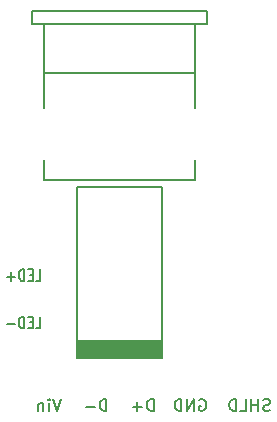
<source format=gbr>
G04 #@! TF.GenerationSoftware,KiCad,Pcbnew,(5.0.1)-3*
G04 #@! TF.CreationDate,2018-11-09T14:39:48+01:00*
G04 #@! TF.ProjectId,USB_switch,5553425F7377697463682E6B69636164,rev?*
G04 #@! TF.SameCoordinates,Original*
G04 #@! TF.FileFunction,Legend,Bot*
G04 #@! TF.FilePolarity,Positive*
%FSLAX46Y46*%
G04 Gerber Fmt 4.6, Leading zero omitted, Abs format (unit mm)*
G04 Created by KiCad (PCBNEW (5.0.1)-3) date 09-Nov-18 14:39:48*
%MOMM*%
%LPD*%
G01*
G04 APERTURE LIST*
%ADD10C,0.150000*%
G04 APERTURE END LIST*
D10*
G04 #@! TO.C,SW1*
X103600000Y-90500000D02*
X103600000Y-103500000D01*
X103600000Y-103500000D02*
X96400000Y-103500000D01*
X103600000Y-90500000D02*
X96400000Y-90500000D01*
X96400000Y-103500000D02*
X96400000Y-90500000D01*
G36*
X103600000Y-103500000D02*
X96400000Y-103500000D01*
X96400000Y-105000000D01*
X103600000Y-105000000D01*
X103600000Y-103500000D01*
G37*
X103600000Y-103500000D02*
X96400000Y-103500000D01*
X96400000Y-105000000D01*
X103600000Y-105000000D01*
X103600000Y-103500000D01*
G04 #@! TO.C,J1*
X93600000Y-89870000D02*
X106400000Y-89870000D01*
X93600000Y-76650000D02*
X93600000Y-83800000D01*
X106400000Y-76650000D02*
X106400000Y-83800000D01*
X92600000Y-76650000D02*
X92600000Y-75570000D01*
X107400000Y-76650000D02*
X107400000Y-75570000D01*
X92600000Y-76650000D02*
X107400000Y-76650000D01*
X93600000Y-80800000D02*
X106400000Y-80800000D01*
X92600000Y-75570000D02*
X107400000Y-75570000D01*
X106400000Y-89870000D02*
X106400000Y-88200000D01*
X93600000Y-89870000D02*
X93600000Y-88200000D01*
G04 #@! TO.C,W12*
X112714285Y-109404761D02*
X112571428Y-109452380D01*
X112333333Y-109452380D01*
X112238095Y-109404761D01*
X112190476Y-109357142D01*
X112142857Y-109261904D01*
X112142857Y-109166666D01*
X112190476Y-109071428D01*
X112238095Y-109023809D01*
X112333333Y-108976190D01*
X112523809Y-108928571D01*
X112619047Y-108880952D01*
X112666666Y-108833333D01*
X112714285Y-108738095D01*
X112714285Y-108642857D01*
X112666666Y-108547619D01*
X112619047Y-108500000D01*
X112523809Y-108452380D01*
X112285714Y-108452380D01*
X112142857Y-108500000D01*
X111714285Y-109452380D02*
X111714285Y-108452380D01*
X111714285Y-108928571D02*
X111142857Y-108928571D01*
X111142857Y-109452380D02*
X111142857Y-108452380D01*
X110190476Y-109452380D02*
X110666666Y-109452380D01*
X110666666Y-108452380D01*
X109857142Y-109452380D02*
X109857142Y-108452380D01*
X109619047Y-108452380D01*
X109476190Y-108500000D01*
X109380952Y-108595238D01*
X109333333Y-108690476D01*
X109285714Y-108880952D01*
X109285714Y-109023809D01*
X109333333Y-109214285D01*
X109380952Y-109309523D01*
X109476190Y-109404761D01*
X109619047Y-109452380D01*
X109857142Y-109452380D01*
G04 #@! TO.C,W8*
X98880952Y-109452380D02*
X98880952Y-108452380D01*
X98642857Y-108452380D01*
X98500000Y-108500000D01*
X98404761Y-108595238D01*
X98357142Y-108690476D01*
X98309523Y-108880952D01*
X98309523Y-109023809D01*
X98357142Y-109214285D01*
X98404761Y-109309523D01*
X98500000Y-109404761D01*
X98642857Y-109452380D01*
X98880952Y-109452380D01*
X97880952Y-109071428D02*
X97119047Y-109071428D01*
G04 #@! TO.C,W6*
X106761904Y-108500000D02*
X106857142Y-108452380D01*
X107000000Y-108452380D01*
X107142857Y-108500000D01*
X107238095Y-108595238D01*
X107285714Y-108690476D01*
X107333333Y-108880952D01*
X107333333Y-109023809D01*
X107285714Y-109214285D01*
X107238095Y-109309523D01*
X107142857Y-109404761D01*
X107000000Y-109452380D01*
X106904761Y-109452380D01*
X106761904Y-109404761D01*
X106714285Y-109357142D01*
X106714285Y-109023809D01*
X106904761Y-109023809D01*
X106285714Y-109452380D02*
X106285714Y-108452380D01*
X105714285Y-109452380D01*
X105714285Y-108452380D01*
X105238095Y-109452380D02*
X105238095Y-108452380D01*
X105000000Y-108452380D01*
X104857142Y-108500000D01*
X104761904Y-108595238D01*
X104714285Y-108690476D01*
X104666666Y-108880952D01*
X104666666Y-109023809D01*
X104714285Y-109214285D01*
X104761904Y-109309523D01*
X104857142Y-109404761D01*
X105000000Y-109452380D01*
X105238095Y-109452380D01*
G04 #@! TO.C,W7*
X102880952Y-109452380D02*
X102880952Y-108452380D01*
X102642857Y-108452380D01*
X102500000Y-108500000D01*
X102404761Y-108595238D01*
X102357142Y-108690476D01*
X102309523Y-108880952D01*
X102309523Y-109023809D01*
X102357142Y-109214285D01*
X102404761Y-109309523D01*
X102500000Y-109404761D01*
X102642857Y-109452380D01*
X102880952Y-109452380D01*
X101880952Y-109071428D02*
X101119047Y-109071428D01*
X101500000Y-109452380D02*
X101500000Y-108690476D01*
G04 #@! TO.C,W1*
X95023809Y-108452380D02*
X94690476Y-109452380D01*
X94357142Y-108452380D01*
X94023809Y-109452380D02*
X94023809Y-108785714D01*
X94023809Y-108452380D02*
X94071428Y-108500000D01*
X94023809Y-108547619D01*
X93976190Y-108500000D01*
X94023809Y-108452380D01*
X94023809Y-108547619D01*
X93547619Y-108785714D02*
X93547619Y-109452380D01*
X93547619Y-108880952D02*
X93500000Y-108833333D01*
X93404761Y-108785714D01*
X93261904Y-108785714D01*
X93166666Y-108833333D01*
X93119047Y-108928571D01*
X93119047Y-109452380D01*
G04 #@! TO.C,W9*
X92909523Y-98452380D02*
X93290476Y-98452380D01*
X93290476Y-97452380D01*
X92642857Y-97928571D02*
X92376190Y-97928571D01*
X92261904Y-98452380D02*
X92642857Y-98452380D01*
X92642857Y-97452380D01*
X92261904Y-97452380D01*
X91919047Y-98452380D02*
X91919047Y-97452380D01*
X91728571Y-97452380D01*
X91614285Y-97500000D01*
X91538095Y-97595238D01*
X91500000Y-97690476D01*
X91461904Y-97880952D01*
X91461904Y-98023809D01*
X91500000Y-98214285D01*
X91538095Y-98309523D01*
X91614285Y-98404761D01*
X91728571Y-98452380D01*
X91919047Y-98452380D01*
X91119047Y-98071428D02*
X90509523Y-98071428D01*
X90814285Y-98452380D02*
X90814285Y-97690476D01*
G04 #@! TO.C,W10*
X92909523Y-102452380D02*
X93290476Y-102452380D01*
X93290476Y-101452380D01*
X92642857Y-101928571D02*
X92376190Y-101928571D01*
X92261904Y-102452380D02*
X92642857Y-102452380D01*
X92642857Y-101452380D01*
X92261904Y-101452380D01*
X91919047Y-102452380D02*
X91919047Y-101452380D01*
X91728571Y-101452380D01*
X91614285Y-101500000D01*
X91538095Y-101595238D01*
X91500000Y-101690476D01*
X91461904Y-101880952D01*
X91461904Y-102023809D01*
X91500000Y-102214285D01*
X91538095Y-102309523D01*
X91614285Y-102404761D01*
X91728571Y-102452380D01*
X91919047Y-102452380D01*
X91119047Y-102071428D02*
X90509523Y-102071428D01*
G04 #@! TD*
M02*

</source>
